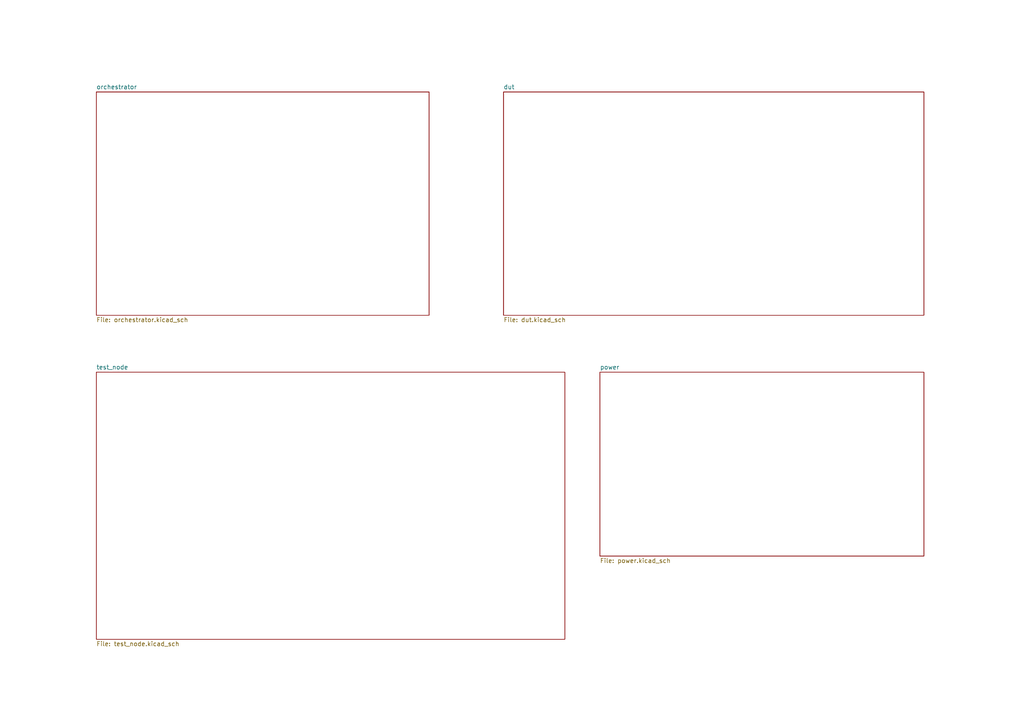
<source format=kicad_sch>
(kicad_sch (version 20211123) (generator eeschema)
  (paper "A4")
  (lib_symbols)
  (sheet (at 27.94 26.67) (size 96.52 64.77) (stroke (width 0.1524))
    (property "Sheet name" "orchestrator" (at 27.94 25.9584 0) (effects (justify left bottom)))
    (property "Sheet file" "orchestrator.kicad_sch" (at 27.94 92.0246 0) (effects (justify left top)))
  )
  (sheet (at 146.05 26.67) (size 121.92 64.77) (stroke (width 0.1524))
    (property "Sheet name" "dut" (at 146.05 25.9584 0) (effects (justify left bottom)))
    (property "Sheet file" "dut.kicad_sch" (at 146.05 92.0246 0) (effects (justify left top)))
  )
  (sheet (at 173.99 107.95) (size 93.98 53.34) (stroke (width 0.1524))
    (property "Sheet name" "power" (at 173.99 107.2384 0) (effects (justify left bottom)))
    (property "Sheet file" "power.kicad_sch" (at 173.99 161.8746 0) (effects (justify left top)))
  )
  (sheet (at 27.94 107.95) (size 135.89 77.47) (stroke (width 0.1524))
    (property "Sheet name" "test_node" (at 27.94 107.2384 0) (effects (justify left bottom)))
    (property "Sheet file" "test_node.kicad_sch" (at 27.94 186.0046 0) (effects (justify left top)))
  )
)
</source>
